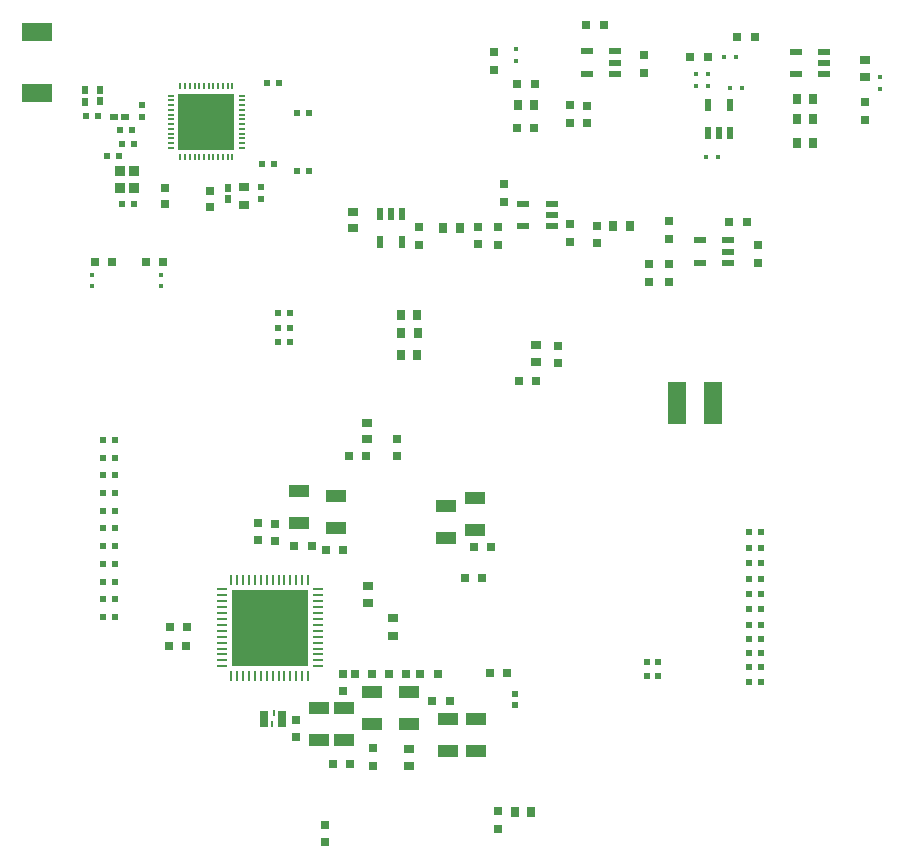
<source format=gtp>
%FSLAX25Y25*%
%MOIN*%
G70*
G01*
G75*
G04 Layer_Color=8421504*
%ADD10R,0.01969X0.01969*%
%ADD11R,0.05906X0.14173*%
%ADD12R,0.03150X0.02756*%
%ADD13R,0.02756X0.03150*%
%ADD14R,0.01969X0.02362*%
%ADD15R,0.02953X0.05512*%
%ADD16R,0.00787X0.01969*%
%ADD17R,0.03150X0.03543*%
%ADD18R,0.03543X0.02756*%
%ADD19R,0.10236X0.05906*%
%ADD20R,0.02362X0.01969*%
%ADD21R,0.01969X0.01969*%
%ADD22R,0.03150X0.02953*%
%ADD23R,0.01969X0.02559*%
%ADD24R,0.02559X0.01969*%
%ADD25R,0.18504X0.18504*%
%ADD26O,0.00787X0.02559*%
%ADD27O,0.02559X0.00787*%
%ADD28R,0.03347X0.03740*%
%ADD29O,0.03543X0.00984*%
%ADD30O,0.00984X0.03543*%
%ADD31R,0.25590X0.25590*%
%ADD32R,0.03150X0.03150*%
%ADD33R,0.03150X0.03150*%
%ADD34R,0.04134X0.02362*%
%ADD35R,0.03543X0.03150*%
%ADD36R,0.02362X0.04134*%
%ADD37R,0.02362X0.04331*%
%ADD38R,0.06693X0.04331*%
%ADD39C,0.00800*%
%ADD40C,0.00600*%
%ADD41C,0.01200*%
%ADD42C,0.01000*%
%ADD43C,0.01600*%
%ADD44C,0.00400*%
%ADD45R,0.05906X0.05906*%
%ADD46C,0.05906*%
%ADD47R,0.05906X0.05906*%
%ADD48C,0.02000*%
%ADD49C,0.01400*%
%ADD50C,0.01969*%
%ADD51C,0.02598*%
%ADD52C,0.00900*%
%ADD53C,0.04000*%
%ADD54C,0.04743*%
%ADD55C,0.02200*%
%ADD56C,0.01800*%
%ADD57C,0.01600*%
%ADD58C,0.01987*%
%ADD59C,0.02499*%
%ADD60C,0.00394*%
%ADD61C,0.00984*%
%ADD62C,0.00787*%
%ADD63C,0.00500*%
%ADD64R,0.01575X0.01575*%
%ADD65R,0.01575X0.01575*%
D11*
X307505Y161600D02*
D03*
X295694D02*
D03*
D12*
X202100Y149754D02*
D03*
Y144046D02*
D03*
X161700Y121454D02*
D03*
Y115746D02*
D03*
X156000Y121554D02*
D03*
Y115846D02*
D03*
X184200Y71254D02*
D03*
Y65546D02*
D03*
X168700Y50246D02*
D03*
Y55954D02*
D03*
X178400Y15246D02*
D03*
Y20954D02*
D03*
X255900Y180754D02*
D03*
Y175046D02*
D03*
D13*
X173754Y114000D02*
D03*
X168046D02*
D03*
X184154Y112500D02*
D03*
X178446D02*
D03*
X224846Y103200D02*
D03*
X230554D02*
D03*
X233654Y113700D02*
D03*
X227946D02*
D03*
X210046Y71400D02*
D03*
X215754D02*
D03*
X199646Y71200D02*
D03*
X205354D02*
D03*
X194054D02*
D03*
X188346D02*
D03*
X180846Y41200D02*
D03*
X186554D02*
D03*
X233346Y71700D02*
D03*
X239054D02*
D03*
X214046Y62200D02*
D03*
X219754D02*
D03*
X126446Y86900D02*
D03*
X132154D02*
D03*
X126246Y80700D02*
D03*
X131954D02*
D03*
X248054Y253400D02*
D03*
X242346D02*
D03*
D14*
X241600Y60831D02*
D03*
Y64768D02*
D03*
X117400Y257132D02*
D03*
Y261069D02*
D03*
X156900Y229631D02*
D03*
Y233569D02*
D03*
D15*
X158046Y56400D02*
D03*
X163754D02*
D03*
D16*
X160506Y54628D02*
D03*
X161294Y58172D02*
D03*
D17*
X241544Y25200D02*
D03*
X247056D02*
D03*
X242544Y261100D02*
D03*
X248056D02*
D03*
X274344Y220600D02*
D03*
X279856D02*
D03*
X217644Y220100D02*
D03*
X223156D02*
D03*
X203544Y191000D02*
D03*
X209056D02*
D03*
X203644Y185000D02*
D03*
X209156D02*
D03*
X203544Y177800D02*
D03*
X209056D02*
D03*
X335544Y256400D02*
D03*
X341056D02*
D03*
X335544Y248200D02*
D03*
X341056D02*
D03*
X335544Y262900D02*
D03*
X341056D02*
D03*
D18*
X200800Y83947D02*
D03*
Y89853D02*
D03*
X192500Y100753D02*
D03*
Y94847D02*
D03*
X151239Y233553D02*
D03*
Y227647D02*
D03*
D19*
X82200Y265141D02*
D03*
Y285220D02*
D03*
D20*
X162531Y181900D02*
D03*
X166469D02*
D03*
X162732Y186700D02*
D03*
X166668D02*
D03*
X162631Y191600D02*
D03*
X166569D02*
D03*
X104332Y113938D02*
D03*
X108268D02*
D03*
X104332Y119847D02*
D03*
X108268D02*
D03*
X323667Y87700D02*
D03*
X319730D02*
D03*
X323667Y92833D02*
D03*
X319730D02*
D03*
X104332Y125757D02*
D03*
X108268D02*
D03*
X104332Y131666D02*
D03*
X108268D02*
D03*
X108268Y108028D02*
D03*
X104332D02*
D03*
X104332Y137576D02*
D03*
X108268D02*
D03*
X323667Y97967D02*
D03*
X319730D02*
D03*
X108268Y102119D02*
D03*
X104332D02*
D03*
X104332Y143485D02*
D03*
X108268D02*
D03*
X323667Y103100D02*
D03*
X319730D02*
D03*
X108268Y96210D02*
D03*
X104332D02*
D03*
X323667Y108233D02*
D03*
X319730D02*
D03*
X323667Y82900D02*
D03*
X319730D02*
D03*
X108268Y90300D02*
D03*
X104332D02*
D03*
X104332Y149395D02*
D03*
X108268D02*
D03*
X323667Y113367D02*
D03*
X319730D02*
D03*
X289369Y75400D02*
D03*
X285432D02*
D03*
X289369Y70800D02*
D03*
X285432D02*
D03*
X110519Y228100D02*
D03*
X114456D02*
D03*
X172869Y239100D02*
D03*
X168931D02*
D03*
X161169Y241300D02*
D03*
X157231D02*
D03*
X105631Y243900D02*
D03*
X109569D02*
D03*
X172768Y258200D02*
D03*
X168832D02*
D03*
X162969Y268300D02*
D03*
X159031D02*
D03*
X110519Y248000D02*
D03*
X114456D02*
D03*
X113868Y252500D02*
D03*
X109932D02*
D03*
X102481Y257300D02*
D03*
X98544D02*
D03*
X319730Y68700D02*
D03*
X323667D02*
D03*
X319730Y118500D02*
D03*
X323667D02*
D03*
X319730Y73500D02*
D03*
X323667D02*
D03*
X319730Y78400D02*
D03*
X323667D02*
D03*
D22*
X139800Y226942D02*
D03*
Y232258D02*
D03*
X124900Y233358D02*
D03*
Y228043D02*
D03*
D23*
X145900Y233470D02*
D03*
Y229730D02*
D03*
X103100Y262230D02*
D03*
Y265970D02*
D03*
X98400Y262130D02*
D03*
Y265870D02*
D03*
D24*
X111570Y257100D02*
D03*
X107830D02*
D03*
D25*
X138700Y255400D02*
D03*
D26*
X147361Y243491D02*
D03*
X145787D02*
D03*
X144212D02*
D03*
X142637D02*
D03*
X141062D02*
D03*
X139487D02*
D03*
X137913D02*
D03*
X136338D02*
D03*
X134763D02*
D03*
X133188D02*
D03*
X131613D02*
D03*
X130039D02*
D03*
Y267309D02*
D03*
X131613D02*
D03*
X133188D02*
D03*
X134763D02*
D03*
X136338D02*
D03*
X137913D02*
D03*
X139487D02*
D03*
X141062D02*
D03*
X142637D02*
D03*
X144212D02*
D03*
X145787D02*
D03*
X147361D02*
D03*
D27*
X126791Y246739D02*
D03*
Y248313D02*
D03*
Y249888D02*
D03*
Y251463D02*
D03*
Y253038D02*
D03*
Y254613D02*
D03*
Y256187D02*
D03*
Y257762D02*
D03*
Y259337D02*
D03*
Y260912D02*
D03*
Y262487D02*
D03*
Y264061D02*
D03*
X150609D02*
D03*
Y262487D02*
D03*
Y260912D02*
D03*
Y259337D02*
D03*
Y257762D02*
D03*
Y256187D02*
D03*
Y254613D02*
D03*
Y253038D02*
D03*
Y251463D02*
D03*
Y249888D02*
D03*
Y248313D02*
D03*
Y246739D02*
D03*
D28*
X114458Y239054D02*
D03*
X109930D02*
D03*
Y233346D02*
D03*
X114458D02*
D03*
D29*
X175745Y73905D02*
D03*
Y75873D02*
D03*
Y77842D02*
D03*
Y79810D02*
D03*
Y81779D02*
D03*
Y83747D02*
D03*
Y93590D02*
D03*
Y95558D02*
D03*
Y97527D02*
D03*
Y99495D02*
D03*
X143855D02*
D03*
Y97527D02*
D03*
Y95558D02*
D03*
Y93590D02*
D03*
Y91621D02*
D03*
Y89653D02*
D03*
Y87684D02*
D03*
Y85716D02*
D03*
Y83747D02*
D03*
Y81779D02*
D03*
Y79810D02*
D03*
Y77842D02*
D03*
Y75873D02*
D03*
Y73905D02*
D03*
X175745Y91621D02*
D03*
Y89653D02*
D03*
Y87684D02*
D03*
Y85716D02*
D03*
D30*
X172595Y102645D02*
D03*
X170627D02*
D03*
X168658D02*
D03*
X166690D02*
D03*
X164721D02*
D03*
X162753D02*
D03*
X160784D02*
D03*
X158816D02*
D03*
X156847D02*
D03*
X154879D02*
D03*
X152910D02*
D03*
X150942D02*
D03*
X148973D02*
D03*
X147005D02*
D03*
Y70755D02*
D03*
X148973D02*
D03*
X150942D02*
D03*
X152910D02*
D03*
X154879D02*
D03*
X156847D02*
D03*
X158816D02*
D03*
X160784D02*
D03*
X162753D02*
D03*
X164721D02*
D03*
X166690D02*
D03*
X168658D02*
D03*
X170627D02*
D03*
X172595D02*
D03*
D31*
X159800Y86700D02*
D03*
D32*
X235800Y19647D02*
D03*
Y25553D02*
D03*
X358100Y256147D02*
D03*
Y262053D02*
D03*
X234700Y272647D02*
D03*
Y278553D02*
D03*
X194300Y40647D02*
D03*
Y46553D02*
D03*
X286300Y202147D02*
D03*
Y208053D02*
D03*
X292800Y202147D02*
D03*
Y208053D02*
D03*
X268800Y214847D02*
D03*
Y220753D02*
D03*
X235800Y214447D02*
D03*
Y220353D02*
D03*
X229300Y214547D02*
D03*
Y220453D02*
D03*
X209600Y214347D02*
D03*
Y220253D02*
D03*
X322600Y214153D02*
D03*
Y208247D02*
D03*
X260000Y215247D02*
D03*
Y221153D02*
D03*
X292800Y222253D02*
D03*
Y216347D02*
D03*
X237900Y234553D02*
D03*
Y228647D02*
D03*
X260000Y254947D02*
D03*
Y260853D02*
D03*
X265500Y254847D02*
D03*
Y260753D02*
D03*
X284600Y271747D02*
D03*
Y277653D02*
D03*
D33*
X124353Y208500D02*
D03*
X118447D02*
D03*
X107353D02*
D03*
X101447D02*
D03*
X186147Y144100D02*
D03*
X192053D02*
D03*
X321453Y283800D02*
D03*
X315547D02*
D03*
X318753Y221900D02*
D03*
X312847D02*
D03*
X242747Y169000D02*
D03*
X248653D02*
D03*
X248153Y267900D02*
D03*
X242247D02*
D03*
X271253Y287500D02*
D03*
X265347D02*
D03*
X299847Y277000D02*
D03*
X305753D02*
D03*
D34*
X344724Y271160D02*
D03*
Y274900D02*
D03*
Y278640D02*
D03*
X335276D02*
D03*
Y271160D02*
D03*
X312724Y208360D02*
D03*
Y212100D02*
D03*
Y215840D02*
D03*
X303276D02*
D03*
Y208360D02*
D03*
X253824Y220660D02*
D03*
Y224400D02*
D03*
Y228140D02*
D03*
X244376D02*
D03*
Y220660D02*
D03*
X275024Y271360D02*
D03*
Y275100D02*
D03*
Y278840D02*
D03*
X265576D02*
D03*
Y271360D02*
D03*
D35*
X206100Y46156D02*
D03*
Y40644D02*
D03*
X192100Y149544D02*
D03*
Y155056D02*
D03*
X248700Y175344D02*
D03*
Y180856D02*
D03*
X187700Y225356D02*
D03*
Y219844D02*
D03*
X358200Y270444D02*
D03*
Y275956D02*
D03*
D36*
X204040Y224724D02*
D03*
X200300D02*
D03*
X196560D02*
D03*
Y215276D02*
D03*
X204040D02*
D03*
D37*
X305760Y261024D02*
D03*
X313240D02*
D03*
Y251576D02*
D03*
X309500D02*
D03*
X305760D02*
D03*
D38*
X218700Y116585D02*
D03*
Y127215D02*
D03*
X184600Y49285D02*
D03*
Y59915D02*
D03*
X176100Y49385D02*
D03*
Y60015D02*
D03*
X228500Y45585D02*
D03*
Y56215D02*
D03*
X219300Y45585D02*
D03*
Y56215D02*
D03*
X206400Y54685D02*
D03*
Y65315D02*
D03*
X193900D02*
D03*
Y54685D02*
D03*
X182000Y130615D02*
D03*
Y119985D02*
D03*
X228100Y130115D02*
D03*
Y119485D02*
D03*
X169600Y132315D02*
D03*
Y121685D02*
D03*
D64*
X305363Y243700D02*
D03*
X309300D02*
D03*
X305937Y271200D02*
D03*
X302000D02*
D03*
X301963Y267300D02*
D03*
X305900D02*
D03*
X313363Y266800D02*
D03*
X317300D02*
D03*
X311400Y277000D02*
D03*
X315337D02*
D03*
D65*
X100500Y204437D02*
D03*
Y200500D02*
D03*
X123600Y204437D02*
D03*
Y200500D02*
D03*
X241900Y275700D02*
D03*
Y279637D02*
D03*
X363400Y270200D02*
D03*
Y266263D02*
D03*
M02*

</source>
